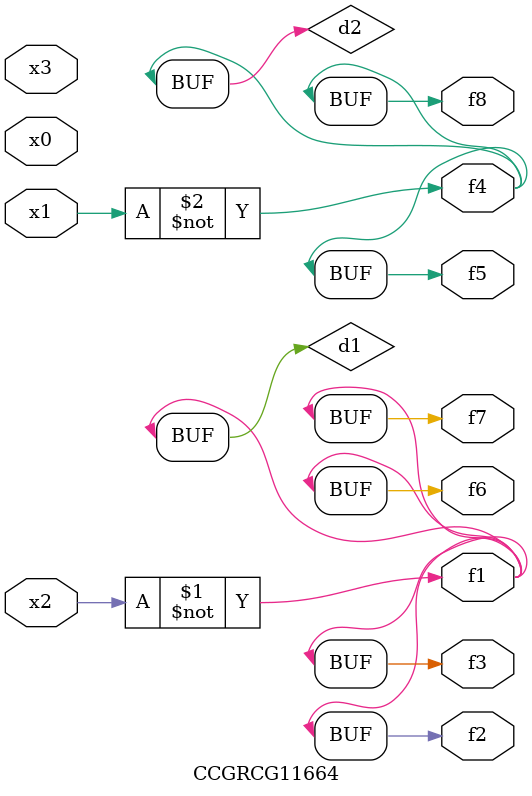
<source format=v>
module CCGRCG11664(
	input x0, x1, x2, x3,
	output f1, f2, f3, f4, f5, f6, f7, f8
);

	wire d1, d2;

	xnor (d1, x2);
	not (d2, x1);
	assign f1 = d1;
	assign f2 = d1;
	assign f3 = d1;
	assign f4 = d2;
	assign f5 = d2;
	assign f6 = d1;
	assign f7 = d1;
	assign f8 = d2;
endmodule

</source>
